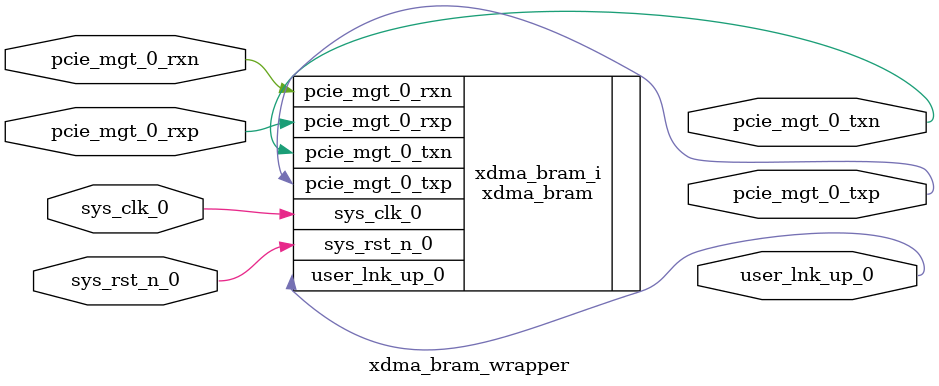
<source format=v>
`timescale 1 ps / 1 ps

module xdma_bram_wrapper
   (pcie_mgt_0_rxn,
    pcie_mgt_0_rxp,
    pcie_mgt_0_txn,
    pcie_mgt_0_txp,
    sys_clk_0,
    sys_rst_n_0,
    user_lnk_up_0);
  input [0:0]pcie_mgt_0_rxn;
  input [0:0]pcie_mgt_0_rxp;
  output [0:0]pcie_mgt_0_txn;
  output [0:0]pcie_mgt_0_txp;
  input sys_clk_0;
  input sys_rst_n_0;
  output user_lnk_up_0;

  wire [0:0]pcie_mgt_0_rxn;
  wire [0:0]pcie_mgt_0_rxp;
  wire [0:0]pcie_mgt_0_txn;
  wire [0:0]pcie_mgt_0_txp;
  wire sys_clk_0;
  wire sys_rst_n_0;
  wire user_lnk_up_0;

  xdma_bram xdma_bram_i
       (.pcie_mgt_0_rxn(pcie_mgt_0_rxn),
        .pcie_mgt_0_rxp(pcie_mgt_0_rxp),
        .pcie_mgt_0_txn(pcie_mgt_0_txn),
        .pcie_mgt_0_txp(pcie_mgt_0_txp),
        .sys_clk_0(sys_clk_0),
        .sys_rst_n_0(sys_rst_n_0),
        .user_lnk_up_0(user_lnk_up_0));
endmodule

</source>
